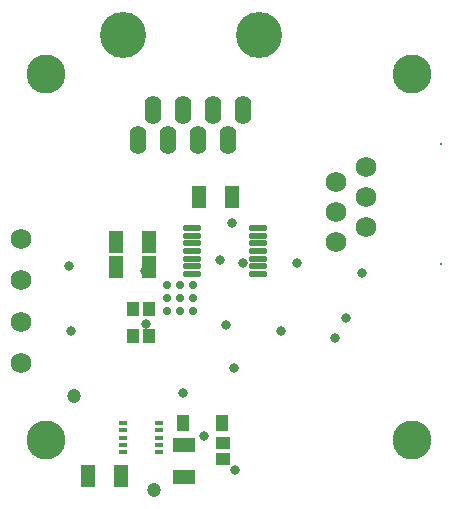
<source format=gbs>
G04*
G04 #@! TF.GenerationSoftware,Altium Limited,CircuitMaker,2.0.3 (51)*
G04*
G04 Layer_Color=8150272*
%FSLAX24Y24*%
%MOIN*%
G70*
G04*
G04 #@! TF.SameCoordinates,C005A906-C81D-4AB5-B832-F2193FDFF32C*
G04*
G04*
G04 #@! TF.FilePolarity,Negative*
G04*
G01*
G75*
%ADD25R,0.0415X0.0454*%
%ADD32C,0.0680*%
%ADD33C,0.0080*%
%ADD34O,0.0552X0.0946*%
%ADD35C,0.1537*%
%ADD37C,0.0474*%
%ADD38C,0.0320*%
%ADD39C,0.1300*%
%ADD40C,0.0277*%
%ADD82O,0.0631X0.0218*%
G04:AMPARAMS|DCode=83|XSize=29.5mil|YSize=15.7mil|CornerRadius=4.9mil|HoleSize=0mil|Usage=FLASHONLY|Rotation=0.000|XOffset=0mil|YOffset=0mil|HoleType=Round|Shape=RoundedRectangle|*
%AMROUNDEDRECTD83*
21,1,0.0295,0.0059,0,0,0.0*
21,1,0.0197,0.0157,0,0,0.0*
1,1,0.0098,0.0098,-0.0030*
1,1,0.0098,-0.0098,-0.0030*
1,1,0.0098,-0.0098,0.0030*
1,1,0.0098,0.0098,0.0030*
%
%ADD83ROUNDEDRECTD83*%
%ADD84R,0.0454X0.0415*%
%ADD85R,0.0438X0.0560*%
%ADD86R,0.0749X0.0474*%
%ADD87R,0.0474X0.0749*%
D25*
X15512Y15561D02*
D03*
X14980D02*
D03*
X15512Y16437D02*
D03*
X14980D02*
D03*
D32*
X11240Y14646D02*
D03*
Y16024D02*
D03*
Y17402D02*
D03*
Y18780D02*
D03*
X22746Y19189D02*
D03*
X21746Y18693D02*
D03*
X22746Y20189D02*
D03*
X21746Y19693D02*
D03*
X22746Y21189D02*
D03*
X21746Y20693D02*
D03*
D33*
X25246Y17941D02*
D03*
Y21941D02*
D03*
D34*
X18150Y22073D02*
D03*
X17150D02*
D03*
X15150D02*
D03*
X16150D02*
D03*
X15650Y23073D02*
D03*
X16650D02*
D03*
X18650D02*
D03*
X17650D02*
D03*
D35*
X14636Y25573D02*
D03*
X19163D02*
D03*
D37*
X15679Y10423D02*
D03*
X13002Y13553D02*
D03*
D38*
X18386Y11083D02*
D03*
X17343Y12205D02*
D03*
X17864Y18081D02*
D03*
X18061Y15915D02*
D03*
X20443Y17972D02*
D03*
X22598Y17648D02*
D03*
X18346Y14488D02*
D03*
X19902Y15728D02*
D03*
X21713Y15492D02*
D03*
X22077Y16142D02*
D03*
X18268Y19331D02*
D03*
X18642Y17992D02*
D03*
X12894Y15718D02*
D03*
X12835Y17874D02*
D03*
X16634Y13652D02*
D03*
X15374Y17726D02*
D03*
X15394Y15935D02*
D03*
D39*
X24272Y12067D02*
D03*
X12067D02*
D03*
Y24272D02*
D03*
X24272D02*
D03*
D40*
X16959Y17244D02*
D03*
Y16811D02*
D03*
Y16378D02*
D03*
X16526Y17244D02*
D03*
Y16811D02*
D03*
Y16378D02*
D03*
X16093Y17244D02*
D03*
Y16811D02*
D03*
Y16378D02*
D03*
D82*
X19144Y19154D02*
D03*
Y18898D02*
D03*
Y18642D02*
D03*
Y18386D02*
D03*
Y18130D02*
D03*
Y17874D02*
D03*
Y17618D02*
D03*
X16939Y19154D02*
D03*
Y18898D02*
D03*
Y18642D02*
D03*
Y18386D02*
D03*
Y18130D02*
D03*
Y17874D02*
D03*
Y17618D02*
D03*
D83*
X15837Y11693D02*
D03*
Y11929D02*
D03*
Y12165D02*
D03*
Y12402D02*
D03*
Y12638D02*
D03*
X14636D02*
D03*
Y12402D02*
D03*
Y12165D02*
D03*
Y11929D02*
D03*
Y11693D02*
D03*
D84*
X17963Y11447D02*
D03*
Y11978D02*
D03*
D85*
X16648Y12657D02*
D03*
X17939D02*
D03*
D86*
X16663Y11928D02*
D03*
Y10837D02*
D03*
D87*
X14566Y10886D02*
D03*
X13475D02*
D03*
X15511Y17854D02*
D03*
X14420D02*
D03*
X15511Y18681D02*
D03*
X14420D02*
D03*
X18257Y20177D02*
D03*
X17166D02*
D03*
M02*

</source>
